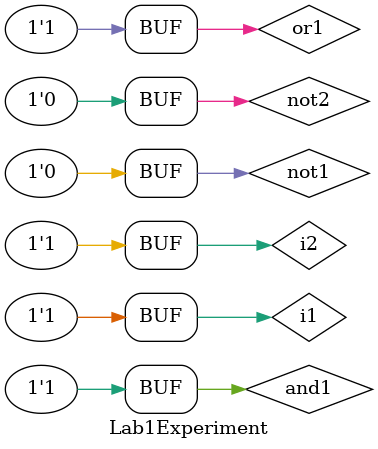
<source format=v>
module Lab1Experiment;
    reg i1,i2;
    wire not1,not2,and1,or1;

    not(not1,i1);
    not(not2,i2);
    and(and1,i1,i2);
    or(or1,i1,i2);

    initial begin
        #1 i1=0;
        #1 $display("NOT Gate");
        #1 $monitor("x=%b,n=%b",i1,not1);
        #1 i1=1;

        #1 i1=0; i2=0;
        #1 $display("AND Gate");
        #1 $monitor("x=%b,y=%b,n=%b",i1,i2,and1);
        #1 i1=0; i2=1;
        #1 i1=1; i2=0;
        #1 i1=1; i2=1;

        #1 i1=0; i2=0;
        #1 $display("OR Gate");
        #1 $monitor("x=%b,y=%b,n=%b",i1,i2,or1);
        #1 i1=0; i2=1;
        #1 i1=1; i2=0;
        #1 i1=1; i2=1;
    end
endmodule
</source>
